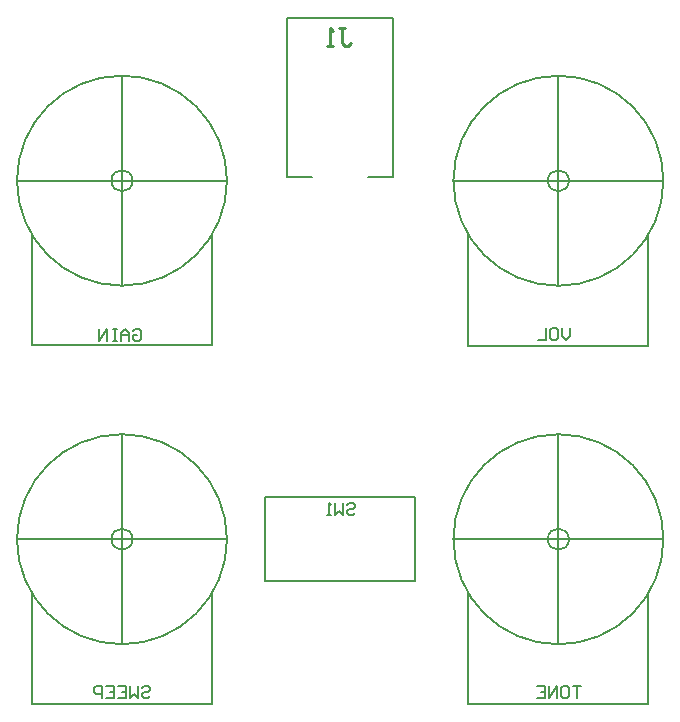
<source format=gbo>
G04*
G04 #@! TF.GenerationSoftware,Altium Limited,Altium Designer,19.0.9 (268)*
G04*
G04 Layer_Color=32896*
%FSLAX25Y25*%
%MOIN*%
G70*
G01*
G75*
%ADD10C,0.00600*%
%ADD11C,0.00500*%
%ADD12C,0.01000*%
%ADD14C,0.00800*%
D10*
X141200Y148500D02*
Y176500D01*
X91200D02*
X141200D01*
X91200Y148500D02*
Y176500D01*
Y148500D02*
X141200D01*
D11*
X154000Y281937D02*
G03*
X189000Y246937I35000J0D01*
G01*
Y316937D02*
G03*
X154000Y281937I-0J-35000D01*
G01*
X189000Y316937D02*
G03*
X154000Y281937I-0J-35000D01*
G01*
Y281937D02*
G03*
X189000Y246937I35000J0D01*
G01*
D02*
G03*
X224000Y281937I0J35000D01*
G01*
Y281937D02*
G03*
X189000Y316937I-35000J0D01*
G01*
X224000Y281937D02*
G03*
X189000Y316937I-35000J0D01*
G01*
Y246937D02*
G03*
X224000Y281937I0J35000D01*
G01*
X192535D02*
G03*
X192535Y281937I-3535J0D01*
G01*
D02*
G03*
X192535Y281937I-3535J0D01*
G01*
X8525Y162437D02*
G03*
X43525Y127437I35000J0D01*
G01*
Y197437D02*
G03*
X8525Y162437I-0J-35000D01*
G01*
X43525Y197437D02*
G03*
X8525Y162437I-0J-35000D01*
G01*
Y162437D02*
G03*
X43525Y127437I35000J0D01*
G01*
D02*
G03*
X78526Y162437I0J35000D01*
G01*
Y162437D02*
G03*
X43525Y197437I-35000J0D01*
G01*
X78526Y162437D02*
G03*
X43525Y197437I-35000J0D01*
G01*
Y127437D02*
G03*
X78526Y162437I0J35000D01*
G01*
X47060D02*
G03*
X47060Y162437I-3535J0D01*
G01*
D02*
G03*
X47060Y162437I-3535J0D01*
G01*
X154000D02*
G03*
X189000Y127437I35000J0D01*
G01*
Y197437D02*
G03*
X154000Y162437I-0J-35000D01*
G01*
X189000Y197437D02*
G03*
X154000Y162437I-0J-35000D01*
G01*
Y162437D02*
G03*
X189000Y127437I35000J0D01*
G01*
D02*
G03*
X224000Y162437I0J35000D01*
G01*
Y162437D02*
G03*
X189000Y197437I-35000J0D01*
G01*
X224000Y162437D02*
G03*
X189000Y197437I-35000J0D01*
G01*
Y127437D02*
G03*
X224000Y162437I0J35000D01*
G01*
X192535D02*
G03*
X192535Y162437I-3535J0D01*
G01*
D02*
G03*
X192535Y162437I-3535J0D01*
G01*
X8525Y281962D02*
G03*
X43525Y246962I35000J0D01*
G01*
Y316963D02*
G03*
X8525Y281963I-0J-35000D01*
G01*
X43525Y316963D02*
G03*
X8525Y281963I-0J-35000D01*
G01*
Y281962D02*
G03*
X43525Y246962I35000J0D01*
G01*
D02*
G03*
X78526Y281962I0J35000D01*
G01*
Y281963D02*
G03*
X43525Y316963I-35000J0D01*
G01*
X78526Y281963D02*
G03*
X43525Y316963I-35000J0D01*
G01*
Y246962D02*
G03*
X78526Y281962I0J35000D01*
G01*
X47060D02*
G03*
X47060Y281962I-3535J0D01*
G01*
D02*
G03*
X47060Y281962I-3535J0D01*
G01*
X154000Y281937D02*
X224000D01*
X154000D02*
X224000D01*
X159000Y227000D02*
X219000D01*
X159000D02*
X219000D01*
X189000Y246937D02*
Y316937D01*
Y246937D02*
Y316937D01*
X159000Y227000D02*
Y264437D01*
Y227000D02*
Y264437D01*
X219000Y227000D02*
Y264437D01*
Y227000D02*
Y264437D01*
X8525Y162437D02*
X78526D01*
X8525D02*
X78526D01*
X13525Y107500D02*
X73526D01*
X13525D02*
X73526D01*
X43525Y127437D02*
Y197437D01*
Y127437D02*
Y197437D01*
X13525Y107500D02*
Y144937D01*
Y107500D02*
Y144937D01*
X73526Y107500D02*
Y144937D01*
Y107500D02*
Y144937D01*
X154000Y162437D02*
X224000D01*
X154000D02*
X224000D01*
X159000Y107500D02*
X219000D01*
X159000D02*
X219000D01*
X189000Y127437D02*
Y197437D01*
Y127437D02*
Y197437D01*
X159000Y107500D02*
Y144937D01*
Y107500D02*
Y144937D01*
X219000Y107500D02*
Y144937D01*
Y107500D02*
Y144937D01*
X8525Y281962D02*
X78526D01*
X8525D02*
X78526D01*
X13525Y227026D02*
X73526D01*
X13525D02*
X73526D01*
X43525Y246962D02*
Y316963D01*
Y246962D02*
Y316963D01*
X13525Y227026D02*
Y264462D01*
Y227026D02*
Y264462D01*
X73526Y227026D02*
Y264462D01*
Y227026D02*
Y264462D01*
D12*
X115951Y332998D02*
X117951D01*
X116951D01*
Y328000D01*
X117951Y327000D01*
X118950D01*
X119950Y328000D01*
X113952Y327000D02*
X111953D01*
X112952D01*
Y332998D01*
X113952Y331998D01*
D14*
X98533Y283278D02*
X106801D01*
X125699D02*
X133967D01*
Y286034D01*
X133950Y286015D02*
Y305390D01*
X98533Y283278D02*
Y336215D01*
X133967Y304538D02*
Y336215D01*
X98533D02*
X133967D01*
X192794Y232999D02*
Y230333D01*
X191461Y229000D01*
X190128Y230333D01*
Y232999D01*
X186796D02*
X188129D01*
X188795Y232332D01*
Y229666D01*
X188129Y229000D01*
X186796D01*
X186129Y229666D01*
Y232332D01*
X186796Y232999D01*
X184797D02*
Y229000D01*
X182131D01*
X50187Y112832D02*
X50853Y113499D01*
X52186D01*
X52853Y112832D01*
Y112166D01*
X52186Y111499D01*
X50853D01*
X50187Y110833D01*
Y110167D01*
X50853Y109500D01*
X52186D01*
X52853Y110167D01*
X48854Y113499D02*
Y109500D01*
X47521Y110833D01*
X46188Y109500D01*
Y113499D01*
X42189D02*
X44855D01*
Y109500D01*
X42189D01*
X44855Y111499D02*
X43522D01*
X38191Y113499D02*
X40857D01*
Y109500D01*
X38191D01*
X40857Y111499D02*
X39524D01*
X36858Y109500D02*
Y113499D01*
X34858D01*
X34192Y112832D01*
Y111499D01*
X34858Y110833D01*
X36858D01*
X118462Y173832D02*
X119128Y174499D01*
X120461D01*
X121127Y173832D01*
Y173166D01*
X120461Y172499D01*
X119128D01*
X118462Y171833D01*
Y171167D01*
X119128Y170500D01*
X120461D01*
X121127Y171167D01*
X117129Y174499D02*
Y170500D01*
X115796Y171833D01*
X114463Y170500D01*
Y174499D01*
X113130Y170500D02*
X111797D01*
X112463D01*
Y174499D01*
X113130Y173832D01*
X196500Y113499D02*
X193834D01*
X195167D01*
Y109500D01*
X190502Y113499D02*
X191835D01*
X192501Y112832D01*
Y110167D01*
X191835Y109500D01*
X190502D01*
X189836Y110167D01*
Y112832D01*
X190502Y113499D01*
X188503Y109500D02*
Y113499D01*
X185837Y109500D01*
Y113499D01*
X181838D02*
X184504D01*
Y109500D01*
X181838D01*
X184504Y111499D02*
X183171D01*
X47334Y231832D02*
X48001Y232499D01*
X49334D01*
X50000Y231832D01*
Y229166D01*
X49334Y228500D01*
X48001D01*
X47334Y229166D01*
Y230499D01*
X48667D01*
X46001Y228500D02*
Y231166D01*
X44668Y232499D01*
X43336Y231166D01*
Y228500D01*
Y230499D01*
X46001D01*
X42003Y232499D02*
X40670D01*
X41336D01*
Y228500D01*
X42003D01*
X40670D01*
X38670D02*
Y232499D01*
X36004Y228500D01*
Y232499D01*
M02*

</source>
